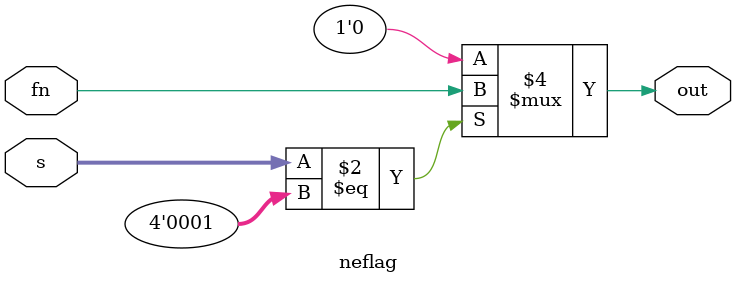
<source format=sv>
module neflag(input logic [3 : 0] s,input logic fn, output logic out);
  
  always @ (*) begin
      if (s == 4'b0001) begin 
			out = fn;
			end 
		else begin
			out = 0;
			end
    end

endmodule
</source>
